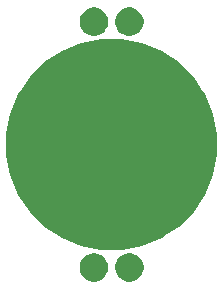
<source format=gbr>
G04 #@! TF.GenerationSoftware,KiCad,Pcbnew,5.1.5-52549c5~84~ubuntu19.04.1*
G04 #@! TF.CreationDate,2020-02-08T22:23:32+01:00*
G04 #@! TF.ProjectId,ilulissat,696c756c-6973-4736-9174-2e6b69636164,rev?*
G04 #@! TF.SameCoordinates,Original*
G04 #@! TF.FileFunction,Soldermask,Bot*
G04 #@! TF.FilePolarity,Negative*
%FSLAX46Y46*%
G04 Gerber Fmt 4.6, Leading zero omitted, Abs format (unit mm)*
G04 Created by KiCad (PCBNEW 5.1.5-52549c5~84~ubuntu19.04.1) date 2020-02-08 22:23:32*
%MOMM*%
%LPD*%
G04 APERTURE LIST*
%ADD10C,0.100000*%
G04 APERTURE END LIST*
D10*
G36*
X149850318Y-109245153D02*
G01*
X150068885Y-109335687D01*
X150068887Y-109335688D01*
X150265593Y-109467122D01*
X150432878Y-109634407D01*
X150564312Y-109831113D01*
X150564313Y-109831115D01*
X150654847Y-110049682D01*
X150701000Y-110281710D01*
X150701000Y-110518290D01*
X150654847Y-110750318D01*
X150564313Y-110968885D01*
X150564312Y-110968887D01*
X150432878Y-111165593D01*
X150265593Y-111332878D01*
X150068887Y-111464312D01*
X150068886Y-111464313D01*
X150068885Y-111464313D01*
X149850318Y-111554847D01*
X149618290Y-111601000D01*
X149381710Y-111601000D01*
X149149682Y-111554847D01*
X148931115Y-111464313D01*
X148931114Y-111464313D01*
X148931113Y-111464312D01*
X148734407Y-111332878D01*
X148567122Y-111165593D01*
X148435688Y-110968887D01*
X148435687Y-110968885D01*
X148345153Y-110750318D01*
X148299000Y-110518290D01*
X148299000Y-110281710D01*
X148345153Y-110049682D01*
X148435687Y-109831115D01*
X148435688Y-109831113D01*
X148567122Y-109634407D01*
X148734407Y-109467122D01*
X148931113Y-109335688D01*
X148931115Y-109335687D01*
X149149682Y-109245153D01*
X149381710Y-109199000D01*
X149618290Y-109199000D01*
X149850318Y-109245153D01*
G37*
G36*
X146850318Y-109245153D02*
G01*
X147068885Y-109335687D01*
X147068887Y-109335688D01*
X147265593Y-109467122D01*
X147432878Y-109634407D01*
X147564312Y-109831113D01*
X147564313Y-109831115D01*
X147654847Y-110049682D01*
X147701000Y-110281710D01*
X147701000Y-110518290D01*
X147654847Y-110750318D01*
X147564313Y-110968885D01*
X147564312Y-110968887D01*
X147432878Y-111165593D01*
X147265593Y-111332878D01*
X147068887Y-111464312D01*
X147068886Y-111464313D01*
X147068885Y-111464313D01*
X146850318Y-111554847D01*
X146618290Y-111601000D01*
X146381710Y-111601000D01*
X146149682Y-111554847D01*
X145931115Y-111464313D01*
X145931114Y-111464313D01*
X145931113Y-111464312D01*
X145734407Y-111332878D01*
X145567122Y-111165593D01*
X145435688Y-110968887D01*
X145435687Y-110968885D01*
X145345153Y-110750318D01*
X145299000Y-110518290D01*
X145299000Y-110281710D01*
X145345153Y-110049682D01*
X145435687Y-109831115D01*
X145435688Y-109831113D01*
X145567122Y-109634407D01*
X145734407Y-109467122D01*
X145931113Y-109335688D01*
X145931115Y-109335687D01*
X146149682Y-109245153D01*
X146381710Y-109199000D01*
X146618290Y-109199000D01*
X146850318Y-109245153D01*
G37*
G36*
X150610909Y-91392981D02*
G01*
X152239887Y-92067726D01*
X152239888Y-92067727D01*
X153705930Y-93047304D01*
X154952696Y-94294070D01*
X155607228Y-95273648D01*
X155932274Y-95760113D01*
X156607019Y-97389091D01*
X156951000Y-99118402D01*
X156951000Y-100881598D01*
X156607019Y-102610909D01*
X155932274Y-104239887D01*
X155932273Y-104239888D01*
X154952696Y-105705930D01*
X153705930Y-106952696D01*
X152726352Y-107607228D01*
X152239887Y-107932274D01*
X150610909Y-108607019D01*
X148881598Y-108951000D01*
X147118402Y-108951000D01*
X145389091Y-108607019D01*
X143760113Y-107932274D01*
X143273648Y-107607228D01*
X142294070Y-106952696D01*
X141047304Y-105705930D01*
X140067727Y-104239888D01*
X140067726Y-104239887D01*
X139392981Y-102610909D01*
X139049000Y-100881598D01*
X139049000Y-99118402D01*
X139392981Y-97389091D01*
X140067726Y-95760113D01*
X140392772Y-95273648D01*
X141047304Y-94294070D01*
X142294070Y-93047304D01*
X143760112Y-92067727D01*
X143760113Y-92067726D01*
X145389091Y-91392981D01*
X147118402Y-91049000D01*
X148881598Y-91049000D01*
X150610909Y-91392981D01*
G37*
G36*
X149850318Y-88445153D02*
G01*
X150068885Y-88535687D01*
X150068887Y-88535688D01*
X150265593Y-88667122D01*
X150432878Y-88834407D01*
X150564312Y-89031113D01*
X150564313Y-89031115D01*
X150654847Y-89249682D01*
X150701000Y-89481710D01*
X150701000Y-89718290D01*
X150654847Y-89950318D01*
X150564313Y-90168885D01*
X150564312Y-90168887D01*
X150432878Y-90365593D01*
X150265593Y-90532878D01*
X150068887Y-90664312D01*
X150068886Y-90664313D01*
X150068885Y-90664313D01*
X149850318Y-90754847D01*
X149618290Y-90801000D01*
X149381710Y-90801000D01*
X149149682Y-90754847D01*
X148931115Y-90664313D01*
X148931114Y-90664313D01*
X148931113Y-90664312D01*
X148734407Y-90532878D01*
X148567122Y-90365593D01*
X148435688Y-90168887D01*
X148435687Y-90168885D01*
X148345153Y-89950318D01*
X148299000Y-89718290D01*
X148299000Y-89481710D01*
X148345153Y-89249682D01*
X148435687Y-89031115D01*
X148435688Y-89031113D01*
X148567122Y-88834407D01*
X148734407Y-88667122D01*
X148931113Y-88535688D01*
X148931115Y-88535687D01*
X149149682Y-88445153D01*
X149381710Y-88399000D01*
X149618290Y-88399000D01*
X149850318Y-88445153D01*
G37*
G36*
X146850318Y-88445153D02*
G01*
X147068885Y-88535687D01*
X147068887Y-88535688D01*
X147265593Y-88667122D01*
X147432878Y-88834407D01*
X147564312Y-89031113D01*
X147564313Y-89031115D01*
X147654847Y-89249682D01*
X147701000Y-89481710D01*
X147701000Y-89718290D01*
X147654847Y-89950318D01*
X147564313Y-90168885D01*
X147564312Y-90168887D01*
X147432878Y-90365593D01*
X147265593Y-90532878D01*
X147068887Y-90664312D01*
X147068886Y-90664313D01*
X147068885Y-90664313D01*
X146850318Y-90754847D01*
X146618290Y-90801000D01*
X146381710Y-90801000D01*
X146149682Y-90754847D01*
X145931115Y-90664313D01*
X145931114Y-90664313D01*
X145931113Y-90664312D01*
X145734407Y-90532878D01*
X145567122Y-90365593D01*
X145435688Y-90168887D01*
X145435687Y-90168885D01*
X145345153Y-89950318D01*
X145299000Y-89718290D01*
X145299000Y-89481710D01*
X145345153Y-89249682D01*
X145435687Y-89031115D01*
X145435688Y-89031113D01*
X145567122Y-88834407D01*
X145734407Y-88667122D01*
X145931113Y-88535688D01*
X145931115Y-88535687D01*
X146149682Y-88445153D01*
X146381710Y-88399000D01*
X146618290Y-88399000D01*
X146850318Y-88445153D01*
G37*
M02*

</source>
